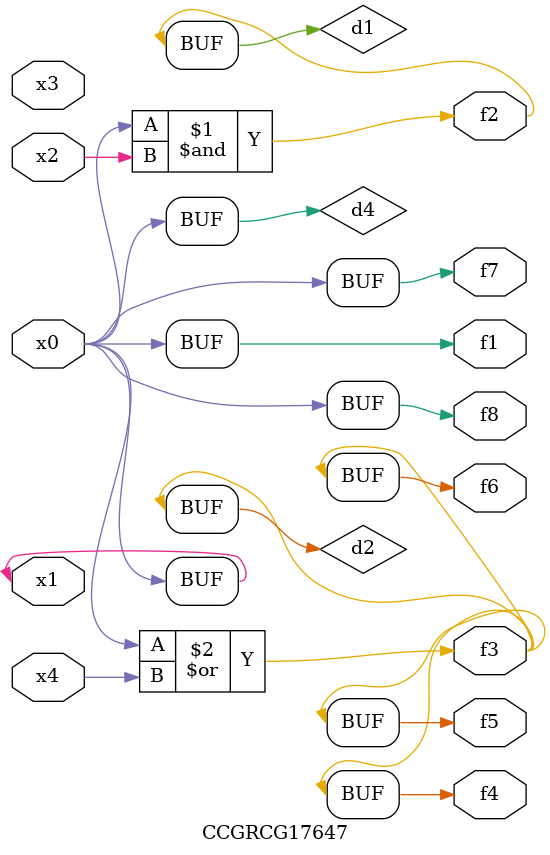
<source format=v>
module CCGRCG17647(
	input x0, x1, x2, x3, x4,
	output f1, f2, f3, f4, f5, f6, f7, f8
);

	wire d1, d2, d3, d4;

	and (d1, x0, x2);
	or (d2, x0, x4);
	nand (d3, x0, x2);
	buf (d4, x0, x1);
	assign f1 = d4;
	assign f2 = d1;
	assign f3 = d2;
	assign f4 = d2;
	assign f5 = d2;
	assign f6 = d2;
	assign f7 = d4;
	assign f8 = d4;
endmodule

</source>
